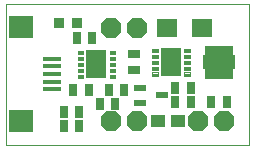
<source format=gts>
G75*
%MOIN*%
%OFA0B0*%
%FSLAX24Y24*%
%IPPOS*%
%LPD*%
%AMOC8*
5,1,8,0,0,1.08239X$1,22.5*
%
%ADD10C,0.0000*%
%ADD11R,0.0690X0.0977*%
%ADD12C,0.0035*%
%ADD13R,0.0946X0.0375*%
%ADD14R,0.1063X0.0500*%
%ADD15R,0.0316X0.0394*%
%ADD16R,0.0591X0.0178*%
%ADD17R,0.0788X0.0749*%
%ADD18R,0.0670X0.0591*%
%ADD19OC8,0.0670*%
%ADD20R,0.0394X0.0316*%
%ADD21R,0.0355X0.0355*%
%ADD22R,0.0473X0.0434*%
%ADD23R,0.0434X0.0237*%
D10*
X001050Y002363D02*
X001050Y007088D01*
X009160Y007088D01*
X009160Y002363D01*
X001050Y002363D01*
D11*
X004062Y005068D03*
X006550Y005138D03*
D12*
X006990Y005086D02*
X006990Y005190D01*
X007172Y005190D01*
X007172Y005086D01*
X006990Y005086D01*
X006990Y005120D02*
X007172Y005120D01*
X007172Y005154D02*
X006990Y005154D01*
X006990Y005188D02*
X007172Y005188D01*
X006990Y005283D02*
X006990Y005387D01*
X007172Y005387D01*
X007172Y005283D01*
X006990Y005283D01*
X006990Y005317D02*
X007172Y005317D01*
X007172Y005351D02*
X006990Y005351D01*
X006990Y005385D02*
X007172Y005385D01*
X006990Y005480D02*
X006990Y005584D01*
X007172Y005584D01*
X007172Y005480D01*
X006990Y005480D01*
X006990Y005514D02*
X007172Y005514D01*
X007172Y005548D02*
X006990Y005548D01*
X006990Y005582D02*
X007172Y005582D01*
X006990Y004994D02*
X006990Y004890D01*
X006990Y004994D02*
X007172Y004994D01*
X007172Y004890D01*
X006990Y004890D01*
X006990Y004924D02*
X007172Y004924D01*
X007172Y004958D02*
X006990Y004958D01*
X006990Y004992D02*
X007172Y004992D01*
X006990Y004797D02*
X006990Y004693D01*
X006990Y004797D02*
X007172Y004797D01*
X007172Y004693D01*
X006990Y004693D01*
X006990Y004727D02*
X007172Y004727D01*
X007172Y004761D02*
X006990Y004761D01*
X006990Y004795D02*
X007172Y004795D01*
X005928Y004797D02*
X005928Y004693D01*
X005928Y004797D02*
X006110Y004797D01*
X006110Y004693D01*
X005928Y004693D01*
X005928Y004727D02*
X006110Y004727D01*
X006110Y004761D02*
X005928Y004761D01*
X005928Y004795D02*
X006110Y004795D01*
X005928Y004890D02*
X005928Y004994D01*
X006110Y004994D01*
X006110Y004890D01*
X005928Y004890D01*
X005928Y004924D02*
X006110Y004924D01*
X006110Y004958D02*
X005928Y004958D01*
X005928Y004992D02*
X006110Y004992D01*
X005928Y005086D02*
X005928Y005190D01*
X006110Y005190D01*
X006110Y005086D01*
X005928Y005086D01*
X005928Y005120D02*
X006110Y005120D01*
X006110Y005154D02*
X005928Y005154D01*
X005928Y005188D02*
X006110Y005188D01*
X005928Y005283D02*
X005928Y005387D01*
X006110Y005387D01*
X006110Y005283D01*
X005928Y005283D01*
X005928Y005317D02*
X006110Y005317D01*
X006110Y005351D02*
X005928Y005351D01*
X005928Y005385D02*
X006110Y005385D01*
X005928Y005480D02*
X005928Y005584D01*
X006110Y005584D01*
X006110Y005480D01*
X005928Y005480D01*
X005928Y005514D02*
X006110Y005514D01*
X006110Y005548D02*
X005928Y005548D01*
X005928Y005582D02*
X006110Y005582D01*
X004684Y005514D02*
X004684Y005410D01*
X004502Y005410D01*
X004502Y005514D01*
X004684Y005514D01*
X004684Y005444D02*
X004502Y005444D01*
X004502Y005478D02*
X004684Y005478D01*
X004684Y005512D02*
X004502Y005512D01*
X004684Y005317D02*
X004684Y005213D01*
X004502Y005213D01*
X004502Y005317D01*
X004684Y005317D01*
X004684Y005247D02*
X004502Y005247D01*
X004502Y005281D02*
X004684Y005281D01*
X004684Y005315D02*
X004502Y005315D01*
X004684Y005120D02*
X004684Y005016D01*
X004502Y005016D01*
X004502Y005120D01*
X004684Y005120D01*
X004684Y005050D02*
X004502Y005050D01*
X004502Y005084D02*
X004684Y005084D01*
X004684Y005118D02*
X004502Y005118D01*
X004684Y004923D02*
X004684Y004819D01*
X004502Y004819D01*
X004502Y004923D01*
X004684Y004923D01*
X004684Y004853D02*
X004502Y004853D01*
X004502Y004887D02*
X004684Y004887D01*
X004684Y004921D02*
X004502Y004921D01*
X004684Y004726D02*
X004684Y004622D01*
X004502Y004622D01*
X004502Y004726D01*
X004684Y004726D01*
X004684Y004656D02*
X004502Y004656D01*
X004502Y004690D02*
X004684Y004690D01*
X004684Y004724D02*
X004502Y004724D01*
X003621Y004726D02*
X003621Y004622D01*
X003439Y004622D01*
X003439Y004726D01*
X003621Y004726D01*
X003621Y004656D02*
X003439Y004656D01*
X003439Y004690D02*
X003621Y004690D01*
X003621Y004724D02*
X003439Y004724D01*
X003621Y004819D02*
X003621Y004923D01*
X003621Y004819D02*
X003439Y004819D01*
X003439Y004923D01*
X003621Y004923D01*
X003621Y004853D02*
X003439Y004853D01*
X003439Y004887D02*
X003621Y004887D01*
X003621Y004921D02*
X003439Y004921D01*
X003621Y005016D02*
X003621Y005120D01*
X003621Y005016D02*
X003439Y005016D01*
X003439Y005120D01*
X003621Y005120D01*
X003621Y005050D02*
X003439Y005050D01*
X003439Y005084D02*
X003621Y005084D01*
X003621Y005118D02*
X003439Y005118D01*
X003621Y005213D02*
X003621Y005317D01*
X003621Y005213D02*
X003439Y005213D01*
X003439Y005317D01*
X003621Y005317D01*
X003621Y005247D02*
X003439Y005247D01*
X003439Y005281D02*
X003621Y005281D01*
X003621Y005315D02*
X003439Y005315D01*
X003621Y005410D02*
X003621Y005514D01*
X003621Y005410D02*
X003439Y005410D01*
X003439Y005514D01*
X003621Y005514D01*
X003621Y005444D02*
X003439Y005444D01*
X003439Y005478D02*
X003621Y005478D01*
X003621Y005512D02*
X003439Y005512D01*
D13*
X008139Y005522D03*
X008139Y004755D03*
D14*
X008139Y005138D03*
D15*
X007204Y004262D03*
X006693Y004262D03*
X006693Y003796D03*
X007204Y003796D03*
X007895Y003796D03*
X008407Y003796D03*
X004989Y004225D03*
X004478Y004225D03*
X004689Y003761D03*
X004177Y003761D03*
X003802Y004225D03*
X003290Y004225D03*
X003494Y003463D03*
X002983Y003463D03*
X002983Y003014D03*
X003494Y003014D03*
X003416Y005935D03*
X003928Y005935D03*
D16*
X002593Y005261D03*
X002593Y005005D03*
X002593Y004749D03*
X002593Y004493D03*
X002593Y004237D03*
D17*
X001550Y003174D03*
X001550Y006324D03*
D18*
X006405Y006288D03*
X007586Y006288D03*
D19*
X005400Y006288D03*
X004550Y006288D03*
X004550Y003170D03*
X005400Y003170D03*
X007450Y003170D03*
X008300Y003170D03*
D20*
X005302Y004888D03*
X005302Y005399D03*
D21*
X003419Y006432D03*
X002828Y006432D03*
D22*
X006115Y003188D03*
X006785Y003188D03*
D23*
X006231Y004036D03*
X005522Y003781D03*
X005522Y004292D03*
M02*

</source>
